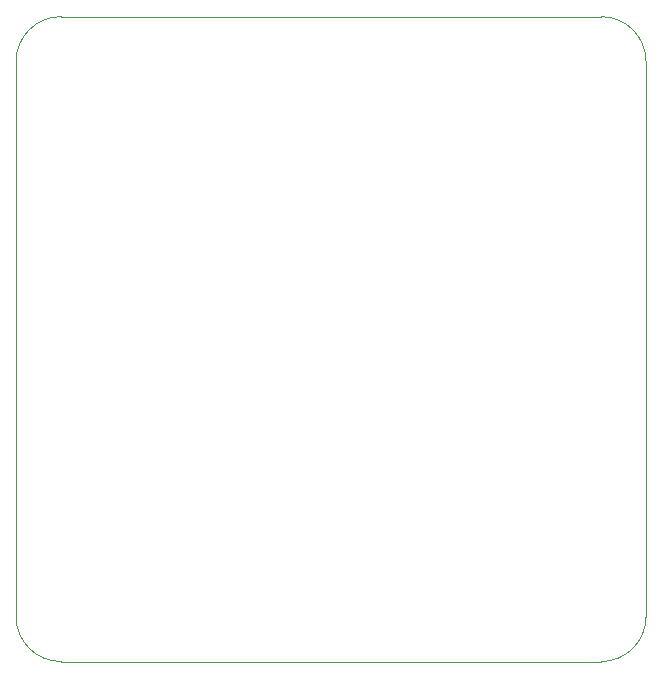
<source format=gbr>
G04 #@! TF.GenerationSoftware,KiCad,Pcbnew,5.1.5-52549c5~84~ubuntu18.04.1*
G04 #@! TF.CreationDate,2020-03-07T09:10:50-05:00*
G04 #@! TF.ProjectId,pedal-controller,70656461-6c2d-4636-9f6e-74726f6c6c65,rev?*
G04 #@! TF.SameCoordinates,Original*
G04 #@! TF.FileFunction,Profile,NP*
%FSLAX46Y46*%
G04 Gerber Fmt 4.6, Leading zero omitted, Abs format (unit mm)*
G04 Created by KiCad (PCBNEW 5.1.5-52549c5~84~ubuntu18.04.1) date 2020-03-07 09:10:50*
%MOMM*%
%LPD*%
G04 APERTURE LIST*
%ADD10C,0.050000*%
G04 APERTURE END LIST*
D10*
X167640000Y-55880000D02*
X121920000Y-55880000D01*
X171450000Y-106680000D02*
X171450000Y-59690000D01*
X121920000Y-110490000D02*
X167640000Y-110490000D01*
X118110000Y-59690000D02*
X118110000Y-106680000D01*
X118110000Y-59690000D02*
G75*
G02X121920000Y-55880000I3810000J0D01*
G01*
X121920000Y-110490000D02*
G75*
G02X118110000Y-106680000I0J3810000D01*
G01*
X171450000Y-106680000D02*
G75*
G02X167640000Y-110490000I-3810000J0D01*
G01*
X167640000Y-55880000D02*
G75*
G02X171450000Y-59690000I0J-3810000D01*
G01*
M02*

</source>
